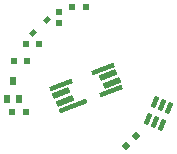
<source format=gtp>
G04*
G04 #@! TF.GenerationSoftware,Altium Limited,Altium Designer,20.0.13 (296)*
G04*
G04 Layer_Color=8421504*
%FSLAX25Y25*%
%MOIN*%
G70*
G01*
G75*
G04:AMPARAMS|DCode=12|XSize=98.43mil|YSize=15.75mil|CornerRadius=0mil|HoleSize=0mil|Usage=FLASHONLY|Rotation=21.000|XOffset=0mil|YOffset=0mil|HoleType=Round|Shape=Rectangle|*
%AMROTATEDRECTD12*
4,1,4,-0.04312,-0.02499,-0.04877,-0.01029,0.04312,0.02499,0.04877,0.01029,-0.04312,-0.02499,0.0*
%
%ADD12ROTATEDRECTD12*%

G04:AMPARAMS|DCode=13|XSize=59.06mil|YSize=19.68mil|CornerRadius=0mil|HoleSize=0mil|Usage=FLASHONLY|Rotation=21.000|XOffset=0mil|YOffset=0mil|HoleType=Round|Shape=Rectangle|*
%AMROTATEDRECTD13*
4,1,4,-0.02404,-0.01977,-0.03109,-0.00139,0.02404,0.01977,0.03109,0.00139,-0.02404,-0.01977,0.0*
%
%ADD13ROTATEDRECTD13*%

G04:AMPARAMS|DCode=14|XSize=78.74mil|YSize=15.75mil|CornerRadius=0mil|HoleSize=0mil|Usage=FLASHONLY|Rotation=21.000|XOffset=0mil|YOffset=0mil|HoleType=Round|Shape=Rectangle|*
%AMROTATEDRECTD14*
4,1,4,-0.03393,-0.02146,-0.03958,-0.00676,0.03393,0.02146,0.03958,0.00676,-0.03393,-0.02146,0.0*
%
%ADD14ROTATEDRECTD14*%

%ADD15R,0.01890X0.02539*%
%ADD16R,0.02441X0.02362*%
G04:AMPARAMS|DCode=17|XSize=39.37mil|YSize=15.75mil|CornerRadius=0mil|HoleSize=0mil|Usage=FLASHONLY|Rotation=248.000|XOffset=0mil|YOffset=0mil|HoleType=Round|Shape=Rectangle|*
%AMROTATEDRECTD17*
4,1,4,0.00007,0.02120,0.01468,0.01530,-0.00007,-0.02120,-0.01468,-0.01530,0.00007,0.02120,0.0*
%
%ADD17ROTATEDRECTD17*%

%ADD18P,0.03062X4X270.0*%
%ADD19R,0.02165X0.02165*%
G04:AMPARAMS|DCode=20|XSize=21.26mil|YSize=16.54mil|CornerRadius=0mil|HoleSize=0mil|Usage=FLASHONLY|Rotation=225.000|XOffset=0mil|YOffset=0mil|HoleType=Round|Shape=Rectangle|*
%AMROTATEDRECTD20*
4,1,4,0.00167,0.01336,0.01336,0.00167,-0.00167,-0.01336,-0.01336,-0.00167,0.00167,0.01336,0.0*
%
%ADD20ROTATEDRECTD20*%

D12*
X24973Y24440D02*
D03*
D13*
X22254Y26032D02*
D03*
X21125Y28972D02*
D03*
X36746Y34968D02*
D03*
X37875Y32028D02*
D03*
D14*
X21162Y31622D02*
D03*
X34945Y36913D02*
D03*
X37838Y29378D02*
D03*
D15*
X3032Y26864D02*
D03*
X6968D02*
D03*
X5000Y32785D02*
D03*
D16*
X20500Y52189D02*
D03*
Y55811D02*
D03*
D17*
X54767Y18304D02*
D03*
X52394Y19262D02*
D03*
X50021Y20221D02*
D03*
X52233Y25696D02*
D03*
X54606Y24738D02*
D03*
X56979Y23779D02*
D03*
D18*
X42747Y11247D02*
D03*
X46000Y14500D02*
D03*
D19*
X9200Y45000D02*
D03*
X13800D02*
D03*
X5200Y39500D02*
D03*
X9800D02*
D03*
X4700Y22500D02*
D03*
X9300D02*
D03*
X24700Y57500D02*
D03*
X29300D02*
D03*
D20*
X16227Y53227D02*
D03*
X11773Y48773D02*
D03*
M02*

</source>
